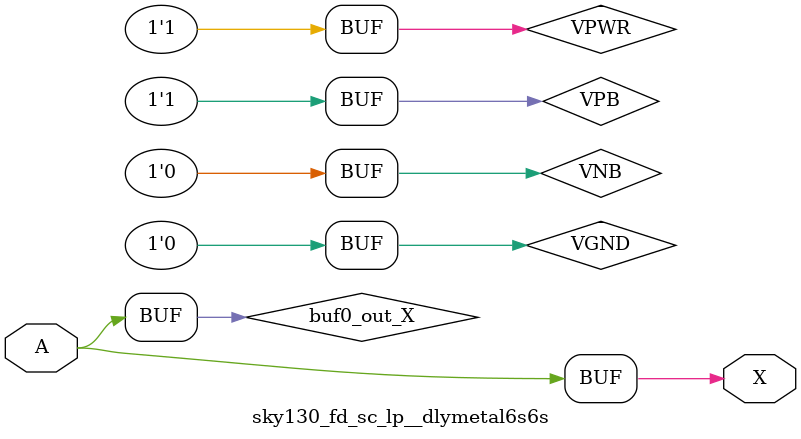
<source format=v>
/*
 * Copyright 2020 The SkyWater PDK Authors
 *
 * Licensed under the Apache License, Version 2.0 (the "License");
 * you may not use this file except in compliance with the License.
 * You may obtain a copy of the License at
 *
 *     https://www.apache.org/licenses/LICENSE-2.0
 *
 * Unless required by applicable law or agreed to in writing, software
 * distributed under the License is distributed on an "AS IS" BASIS,
 * WITHOUT WARRANTIES OR CONDITIONS OF ANY KIND, either express or implied.
 * See the License for the specific language governing permissions and
 * limitations under the License.
 *
 * SPDX-License-Identifier: Apache-2.0
*/


`ifndef SKY130_FD_SC_LP__DLYMETAL6S6S_TIMING_V
`define SKY130_FD_SC_LP__DLYMETAL6S6S_TIMING_V

/**
 * dlymetal6s6s: 6-inverter delay with output from 6th inverter on
 *               horizontal route.
 *
 * Verilog simulation timing model.
 */

`timescale 1ns / 1ps
`default_nettype none

`celldefine
module sky130_fd_sc_lp__dlymetal6s6s (
    X,
    A
);

    // Module ports
    output X;
    input  A;

    // Module supplies
    supply1 VPWR;
    supply0 VGND;
    supply1 VPB ;
    supply0 VNB ;

    // Local signals
    wire buf0_out_X;

    //  Name  Output      Other arguments
    buf buf0 (buf0_out_X, A              );
    buf buf1 (X         , buf0_out_X     );

endmodule
`endcelldefine

`default_nettype wire
`endif  // SKY130_FD_SC_LP__DLYMETAL6S6S_TIMING_V

</source>
